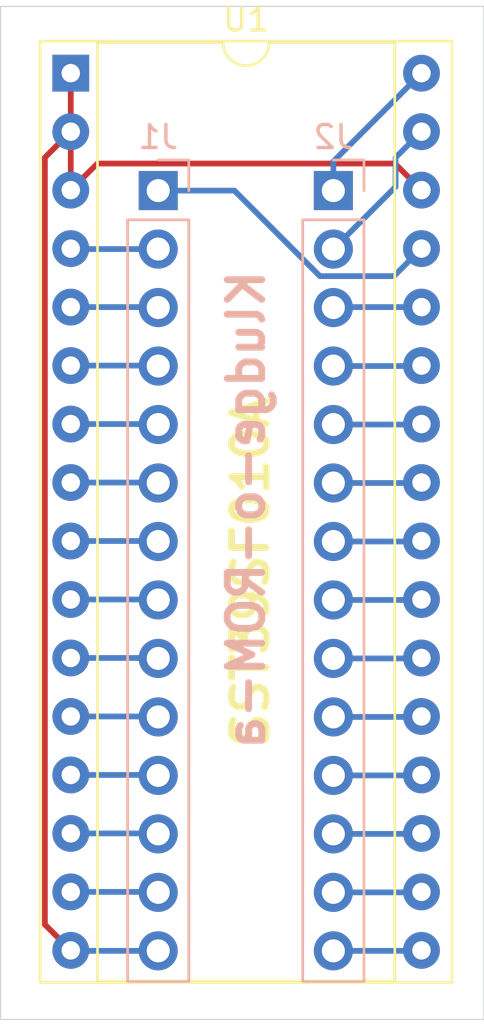
<source format=kicad_pcb>
(kicad_pcb (version 20171130) (host pcbnew "(5.1.9)-1")

  (general
    (thickness 1.6)
    (drawings 6)
    (tracks 67)
    (zones 0)
    (modules 3)
    (nets 29)
  )

  (page A4)
  (layers
    (0 F.Cu signal)
    (31 B.Cu signal)
    (32 B.Adhes user)
    (33 F.Adhes user)
    (34 B.Paste user)
    (35 F.Paste user)
    (36 B.SilkS user)
    (37 F.SilkS user)
    (38 B.Mask user)
    (39 F.Mask user)
    (40 Dwgs.User user)
    (41 Cmts.User user)
    (42 Eco1.User user)
    (43 Eco2.User user)
    (44 Edge.Cuts user)
    (45 Margin user)
    (46 B.CrtYd user)
    (47 F.CrtYd user)
    (48 B.Fab user)
    (49 F.Fab user)
  )

  (setup
    (last_trace_width 0.25)
    (trace_clearance 0.2)
    (zone_clearance 0.508)
    (zone_45_only no)
    (trace_min 0.2)
    (via_size 0.8)
    (via_drill 0.4)
    (via_min_size 0.4)
    (via_min_drill 0.3)
    (uvia_size 0.3)
    (uvia_drill 0.1)
    (uvias_allowed no)
    (uvia_min_size 0.2)
    (uvia_min_drill 0.1)
    (edge_width 0.05)
    (segment_width 0.2)
    (pcb_text_width 0.3)
    (pcb_text_size 1.5 1.5)
    (mod_edge_width 0.12)
    (mod_text_size 1 1)
    (mod_text_width 0.15)
    (pad_size 1.524 1.524)
    (pad_drill 0.762)
    (pad_to_mask_clearance 0)
    (aux_axis_origin 0 0)
    (visible_elements 7FFFFFFF)
    (pcbplotparams
      (layerselection 0x010fc_ffffffff)
      (usegerberextensions true)
      (usegerberattributes false)
      (usegerberadvancedattributes false)
      (creategerberjobfile false)
      (excludeedgelayer true)
      (linewidth 0.100000)
      (plotframeref false)
      (viasonmask false)
      (mode 1)
      (useauxorigin false)
      (hpglpennumber 1)
      (hpglpenspeed 20)
      (hpglpendiameter 15.000000)
      (psnegative false)
      (psa4output false)
      (plotreference true)
      (plotvalue true)
      (plotinvisibletext false)
      (padsonsilk false)
      (subtractmaskfromsilk true)
      (outputformat 1)
      (mirror false)
      (drillshape 0)
      (scaleselection 1)
      (outputdirectory "./sst39-32"))
  )

  (net 0 "")
  (net 1 A15)
  (net 2 D2)
  (net 3 D1)
  (net 4 D0)
  (net 5 A0)
  (net 6 A1)
  (net 7 A2)
  (net 8 A3)
  (net 9 A4)
  (net 10 A5)
  (net 11 A6)
  (net 12 A7)
  (net 13 A12)
  (net 14 A14)
  (net 15 D3)
  (net 16 D4)
  (net 17 D5)
  (net 18 D6)
  (net 19 D7)
  (net 20 ~CE)
  (net 21 A10)
  (net 22 ~OE)
  (net 23 A11)
  (net 24 A9)
  (net 25 A8)
  (net 26 A13)
  (net 27 ~WE)
  (net 28 VCC)

  (net_class Default "This is the default net class."
    (clearance 0.2)
    (trace_width 0.25)
    (via_dia 0.8)
    (via_drill 0.4)
    (uvia_dia 0.3)
    (uvia_drill 0.1)
    (add_net A0)
    (add_net A1)
    (add_net A10)
    (add_net A11)
    (add_net A12)
    (add_net A13)
    (add_net A14)
    (add_net A15)
    (add_net A2)
    (add_net A3)
    (add_net A4)
    (add_net A5)
    (add_net A6)
    (add_net A7)
    (add_net A8)
    (add_net A9)
    (add_net D0)
    (add_net D1)
    (add_net D2)
    (add_net D3)
    (add_net D4)
    (add_net D5)
    (add_net D6)
    (add_net D7)
    (add_net VCC)
    (add_net ~CE)
    (add_net ~OE)
    (add_net ~WE)
  )

  (module Package_DIP:DIP-32_W15.24mm_Socket (layer F.Cu) (tedit 5A02E8C5) (tstamp 619B97F5)
    (at 78.05 62.9)
    (descr "32-lead though-hole mounted DIP package, row spacing 15.24 mm (600 mils), Socket")
    (tags "THT DIP DIL PDIP 2.54mm 15.24mm 600mil Socket")
    (path /61AFB38D)
    (fp_text reference U1 (at 7.62 -2.33) (layer F.SilkS)
      (effects (font (size 1 1) (thickness 0.15)))
    )
    (fp_text value SST39SF040 (at 7.62 40.43) (layer F.Fab)
      (effects (font (size 1 1) (thickness 0.15)))
    )
    (fp_line (start 1.255 -1.27) (end 14.985 -1.27) (layer F.Fab) (width 0.1))
    (fp_line (start 14.985 -1.27) (end 14.985 39.37) (layer F.Fab) (width 0.1))
    (fp_line (start 14.985 39.37) (end 0.255 39.37) (layer F.Fab) (width 0.1))
    (fp_line (start 0.255 39.37) (end 0.255 -0.27) (layer F.Fab) (width 0.1))
    (fp_line (start 0.255 -0.27) (end 1.255 -1.27) (layer F.Fab) (width 0.1))
    (fp_line (start -1.27 -1.33) (end -1.27 39.43) (layer F.Fab) (width 0.1))
    (fp_line (start -1.27 39.43) (end 16.51 39.43) (layer F.Fab) (width 0.1))
    (fp_line (start 16.51 39.43) (end 16.51 -1.33) (layer F.Fab) (width 0.1))
    (fp_line (start 16.51 -1.33) (end -1.27 -1.33) (layer F.Fab) (width 0.1))
    (fp_line (start 6.62 -1.33) (end 1.16 -1.33) (layer F.SilkS) (width 0.12))
    (fp_line (start 1.16 -1.33) (end 1.16 39.43) (layer F.SilkS) (width 0.12))
    (fp_line (start 1.16 39.43) (end 14.08 39.43) (layer F.SilkS) (width 0.12))
    (fp_line (start 14.08 39.43) (end 14.08 -1.33) (layer F.SilkS) (width 0.12))
    (fp_line (start 14.08 -1.33) (end 8.62 -1.33) (layer F.SilkS) (width 0.12))
    (fp_line (start -1.33 -1.39) (end -1.33 39.49) (layer F.SilkS) (width 0.12))
    (fp_line (start -1.33 39.49) (end 16.57 39.49) (layer F.SilkS) (width 0.12))
    (fp_line (start 16.57 39.49) (end 16.57 -1.39) (layer F.SilkS) (width 0.12))
    (fp_line (start 16.57 -1.39) (end -1.33 -1.39) (layer F.SilkS) (width 0.12))
    (fp_line (start -1.55 -1.6) (end -1.55 39.7) (layer F.CrtYd) (width 0.05))
    (fp_line (start -1.55 39.7) (end 16.8 39.7) (layer F.CrtYd) (width 0.05))
    (fp_line (start 16.8 39.7) (end 16.8 -1.6) (layer F.CrtYd) (width 0.05))
    (fp_line (start 16.8 -1.6) (end -1.55 -1.6) (layer F.CrtYd) (width 0.05))
    (fp_text user %R (at 7.62 19.05) (layer F.Fab)
      (effects (font (size 1 1) (thickness 0.15)))
    )
    (fp_arc (start 7.62 -1.33) (end 6.62 -1.33) (angle -180) (layer F.SilkS) (width 0.12))
    (pad 32 thru_hole oval (at 15.24 0) (size 1.6 1.6) (drill 0.8) (layers *.Cu *.Mask)
      (net 28 VCC))
    (pad 16 thru_hole oval (at 0 38.1) (size 1.6 1.6) (drill 0.8) (layers *.Cu *.Mask)
      (net 1 A15))
    (pad 31 thru_hole oval (at 15.24 2.54) (size 1.6 1.6) (drill 0.8) (layers *.Cu *.Mask)
      (net 27 ~WE))
    (pad 15 thru_hole oval (at 0 35.56) (size 1.6 1.6) (drill 0.8) (layers *.Cu *.Mask)
      (net 2 D2))
    (pad 30 thru_hole oval (at 15.24 5.08) (size 1.6 1.6) (drill 0.8) (layers *.Cu *.Mask)
      (net 1 A15))
    (pad 14 thru_hole oval (at 0 33.02) (size 1.6 1.6) (drill 0.8) (layers *.Cu *.Mask)
      (net 3 D1))
    (pad 29 thru_hole oval (at 15.24 7.62) (size 1.6 1.6) (drill 0.8) (layers *.Cu *.Mask)
      (net 14 A14))
    (pad 13 thru_hole oval (at 0 30.48) (size 1.6 1.6) (drill 0.8) (layers *.Cu *.Mask)
      (net 4 D0))
    (pad 28 thru_hole oval (at 15.24 10.16) (size 1.6 1.6) (drill 0.8) (layers *.Cu *.Mask)
      (net 26 A13))
    (pad 12 thru_hole oval (at 0 27.94) (size 1.6 1.6) (drill 0.8) (layers *.Cu *.Mask)
      (net 5 A0))
    (pad 27 thru_hole oval (at 15.24 12.7) (size 1.6 1.6) (drill 0.8) (layers *.Cu *.Mask)
      (net 25 A8))
    (pad 11 thru_hole oval (at 0 25.4) (size 1.6 1.6) (drill 0.8) (layers *.Cu *.Mask)
      (net 6 A1))
    (pad 26 thru_hole oval (at 15.24 15.24) (size 1.6 1.6) (drill 0.8) (layers *.Cu *.Mask)
      (net 24 A9))
    (pad 10 thru_hole oval (at 0 22.86) (size 1.6 1.6) (drill 0.8) (layers *.Cu *.Mask)
      (net 7 A2))
    (pad 25 thru_hole oval (at 15.24 17.78) (size 1.6 1.6) (drill 0.8) (layers *.Cu *.Mask)
      (net 23 A11))
    (pad 9 thru_hole oval (at 0 20.32) (size 1.6 1.6) (drill 0.8) (layers *.Cu *.Mask)
      (net 8 A3))
    (pad 24 thru_hole oval (at 15.24 20.32) (size 1.6 1.6) (drill 0.8) (layers *.Cu *.Mask)
      (net 22 ~OE))
    (pad 8 thru_hole oval (at 0 17.78) (size 1.6 1.6) (drill 0.8) (layers *.Cu *.Mask)
      (net 9 A4))
    (pad 23 thru_hole oval (at 15.24 22.86) (size 1.6 1.6) (drill 0.8) (layers *.Cu *.Mask)
      (net 21 A10))
    (pad 7 thru_hole oval (at 0 15.24) (size 1.6 1.6) (drill 0.8) (layers *.Cu *.Mask)
      (net 10 A5))
    (pad 22 thru_hole oval (at 15.24 25.4) (size 1.6 1.6) (drill 0.8) (layers *.Cu *.Mask)
      (net 20 ~CE))
    (pad 6 thru_hole oval (at 0 12.7) (size 1.6 1.6) (drill 0.8) (layers *.Cu *.Mask)
      (net 11 A6))
    (pad 21 thru_hole oval (at 15.24 27.94) (size 1.6 1.6) (drill 0.8) (layers *.Cu *.Mask)
      (net 19 D7))
    (pad 5 thru_hole oval (at 0 10.16) (size 1.6 1.6) (drill 0.8) (layers *.Cu *.Mask)
      (net 12 A7))
    (pad 20 thru_hole oval (at 15.24 30.48) (size 1.6 1.6) (drill 0.8) (layers *.Cu *.Mask)
      (net 18 D6))
    (pad 4 thru_hole oval (at 0 7.62) (size 1.6 1.6) (drill 0.8) (layers *.Cu *.Mask)
      (net 13 A12))
    (pad 19 thru_hole oval (at 15.24 33.02) (size 1.6 1.6) (drill 0.8) (layers *.Cu *.Mask)
      (net 17 D5))
    (pad 3 thru_hole oval (at 0 5.08) (size 1.6 1.6) (drill 0.8) (layers *.Cu *.Mask)
      (net 1 A15))
    (pad 18 thru_hole oval (at 15.24 35.56) (size 1.6 1.6) (drill 0.8) (layers *.Cu *.Mask)
      (net 16 D4))
    (pad 2 thru_hole oval (at 0 2.54) (size 1.6 1.6) (drill 0.8) (layers *.Cu *.Mask)
      (net 1 A15))
    (pad 17 thru_hole oval (at 15.24 38.1) (size 1.6 1.6) (drill 0.8) (layers *.Cu *.Mask)
      (net 15 D3))
    (pad 1 thru_hole rect (at 0 0) (size 1.6 1.6) (drill 0.8) (layers *.Cu *.Mask)
      (net 1 A15))
    (model ${KISYS3DMOD}/Package_DIP.3dshapes/DIP-32_W15.24mm_Socket.wrl
      (at (xyz 0 0 0))
      (scale (xyz 1 1 1))
      (rotate (xyz 0 0 0))
    )
  )

  (module Connector_PinHeader_2.54mm:PinHeader_1x14_P2.54mm_Vertical (layer B.Cu) (tedit 59FED5CC) (tstamp 619BAAD3)
    (at 89.46 68 180)
    (descr "Through hole straight pin header, 1x14, 2.54mm pitch, single row")
    (tags "Through hole pin header THT 1x14 2.54mm single row")
    (path /61AFD052)
    (fp_text reference J2 (at 0 2.33) (layer B.SilkS)
      (effects (font (size 1 1) (thickness 0.15)) (justify mirror))
    )
    (fp_text value t-right (at 0 -35.35) (layer B.Fab)
      (effects (font (size 1 1) (thickness 0.15)) (justify mirror))
    )
    (fp_line (start -0.635 1.27) (end 1.27 1.27) (layer B.Fab) (width 0.1))
    (fp_line (start 1.27 1.27) (end 1.27 -34.29) (layer B.Fab) (width 0.1))
    (fp_line (start 1.27 -34.29) (end -1.27 -34.29) (layer B.Fab) (width 0.1))
    (fp_line (start -1.27 -34.29) (end -1.27 0.635) (layer B.Fab) (width 0.1))
    (fp_line (start -1.27 0.635) (end -0.635 1.27) (layer B.Fab) (width 0.1))
    (fp_line (start -1.33 -34.35) (end 1.33 -34.35) (layer B.SilkS) (width 0.12))
    (fp_line (start -1.33 -1.27) (end -1.33 -34.35) (layer B.SilkS) (width 0.12))
    (fp_line (start 1.33 -1.27) (end 1.33 -34.35) (layer B.SilkS) (width 0.12))
    (fp_line (start -1.33 -1.27) (end 1.33 -1.27) (layer B.SilkS) (width 0.12))
    (fp_line (start -1.33 0) (end -1.33 1.33) (layer B.SilkS) (width 0.12))
    (fp_line (start -1.33 1.33) (end 0 1.33) (layer B.SilkS) (width 0.12))
    (fp_line (start -1.8 1.8) (end -1.8 -34.8) (layer B.CrtYd) (width 0.05))
    (fp_line (start -1.8 -34.8) (end 1.8 -34.8) (layer B.CrtYd) (width 0.05))
    (fp_line (start 1.8 -34.8) (end 1.8 1.8) (layer B.CrtYd) (width 0.05))
    (fp_line (start 1.8 1.8) (end -1.8 1.8) (layer B.CrtYd) (width 0.05))
    (fp_text user %R (at 0 -16.51 270) (layer B.Fab)
      (effects (font (size 1 1) (thickness 0.15)) (justify mirror))
    )
    (pad 14 thru_hole oval (at 0 -33.02 180) (size 1.7 1.7) (drill 1) (layers *.Cu *.Mask)
      (net 15 D3))
    (pad 13 thru_hole oval (at 0 -30.48 180) (size 1.7 1.7) (drill 1) (layers *.Cu *.Mask)
      (net 16 D4))
    (pad 12 thru_hole oval (at 0 -27.94 180) (size 1.7 1.7) (drill 1) (layers *.Cu *.Mask)
      (net 17 D5))
    (pad 11 thru_hole oval (at 0 -25.4 180) (size 1.7 1.7) (drill 1) (layers *.Cu *.Mask)
      (net 18 D6))
    (pad 10 thru_hole oval (at 0 -22.86 180) (size 1.7 1.7) (drill 1) (layers *.Cu *.Mask)
      (net 19 D7))
    (pad 9 thru_hole oval (at 0 -20.32 180) (size 1.7 1.7) (drill 1) (layers *.Cu *.Mask)
      (net 20 ~CE))
    (pad 8 thru_hole oval (at 0 -17.78 180) (size 1.7 1.7) (drill 1) (layers *.Cu *.Mask)
      (net 21 A10))
    (pad 7 thru_hole oval (at 0 -15.24 180) (size 1.7 1.7) (drill 1) (layers *.Cu *.Mask)
      (net 22 ~OE))
    (pad 6 thru_hole oval (at 0 -12.7 180) (size 1.7 1.7) (drill 1) (layers *.Cu *.Mask)
      (net 23 A11))
    (pad 5 thru_hole oval (at 0 -10.16 180) (size 1.7 1.7) (drill 1) (layers *.Cu *.Mask)
      (net 24 A9))
    (pad 4 thru_hole oval (at 0 -7.62 180) (size 1.7 1.7) (drill 1) (layers *.Cu *.Mask)
      (net 25 A8))
    (pad 3 thru_hole oval (at 0 -5.08 180) (size 1.7 1.7) (drill 1) (layers *.Cu *.Mask)
      (net 26 A13))
    (pad 2 thru_hole oval (at 0 -2.54 180) (size 1.7 1.7) (drill 1) (layers *.Cu *.Mask)
      (net 27 ~WE))
    (pad 1 thru_hole rect (at 0 0 180) (size 1.7 1.7) (drill 1) (layers *.Cu *.Mask)
      (net 28 VCC))
    (model ${KISYS3DMOD}/Connector_PinHeader_2.54mm.3dshapes/PinHeader_1x14_P2.54mm_Vertical.wrl
      (at (xyz 0 0 0))
      (scale (xyz 1 1 1))
      (rotate (xyz 0 0 0))
    )
  )

  (module Connector_PinHeader_2.54mm:PinHeader_1x14_P2.54mm_Vertical (layer B.Cu) (tedit 59FED5CC) (tstamp 619BAD22)
    (at 81.85 68 180)
    (descr "Through hole straight pin header, 1x14, 2.54mm pitch, single row")
    (tags "Through hole pin header THT 1x14 2.54mm single row")
    (path /61AFC6D5)
    (fp_text reference J1 (at 0 2.33) (layer B.SilkS)
      (effects (font (size 1 1) (thickness 0.15)) (justify mirror))
    )
    (fp_text value t-left (at 0 -35.35) (layer B.Fab)
      (effects (font (size 1 1) (thickness 0.15)) (justify mirror))
    )
    (fp_line (start -0.635 1.27) (end 1.27 1.27) (layer B.Fab) (width 0.1))
    (fp_line (start 1.27 1.27) (end 1.27 -34.29) (layer B.Fab) (width 0.1))
    (fp_line (start 1.27 -34.29) (end -1.27 -34.29) (layer B.Fab) (width 0.1))
    (fp_line (start -1.27 -34.29) (end -1.27 0.635) (layer B.Fab) (width 0.1))
    (fp_line (start -1.27 0.635) (end -0.635 1.27) (layer B.Fab) (width 0.1))
    (fp_line (start -1.33 -34.35) (end 1.33 -34.35) (layer B.SilkS) (width 0.12))
    (fp_line (start -1.33 -1.27) (end -1.33 -34.35) (layer B.SilkS) (width 0.12))
    (fp_line (start 1.33 -1.27) (end 1.33 -34.35) (layer B.SilkS) (width 0.12))
    (fp_line (start -1.33 -1.27) (end 1.33 -1.27) (layer B.SilkS) (width 0.12))
    (fp_line (start -1.33 0) (end -1.33 1.33) (layer B.SilkS) (width 0.12))
    (fp_line (start -1.33 1.33) (end 0 1.33) (layer B.SilkS) (width 0.12))
    (fp_line (start -1.8 1.8) (end -1.8 -34.8) (layer B.CrtYd) (width 0.05))
    (fp_line (start -1.8 -34.8) (end 1.8 -34.8) (layer B.CrtYd) (width 0.05))
    (fp_line (start 1.8 -34.8) (end 1.8 1.8) (layer B.CrtYd) (width 0.05))
    (fp_line (start 1.8 1.8) (end -1.8 1.8) (layer B.CrtYd) (width 0.05))
    (fp_text user %R (at 0 -16.51 270) (layer B.Fab)
      (effects (font (size 1 1) (thickness 0.15)) (justify mirror))
    )
    (pad 14 thru_hole oval (at 0 -33.02 180) (size 1.7 1.7) (drill 1) (layers *.Cu *.Mask)
      (net 1 A15))
    (pad 13 thru_hole oval (at 0 -30.48 180) (size 1.7 1.7) (drill 1) (layers *.Cu *.Mask)
      (net 2 D2))
    (pad 12 thru_hole oval (at 0 -27.94 180) (size 1.7 1.7) (drill 1) (layers *.Cu *.Mask)
      (net 3 D1))
    (pad 11 thru_hole oval (at 0 -25.4 180) (size 1.7 1.7) (drill 1) (layers *.Cu *.Mask)
      (net 4 D0))
    (pad 10 thru_hole oval (at 0 -22.86 180) (size 1.7 1.7) (drill 1) (layers *.Cu *.Mask)
      (net 5 A0))
    (pad 9 thru_hole oval (at 0 -20.32 180) (size 1.7 1.7) (drill 1) (layers *.Cu *.Mask)
      (net 6 A1))
    (pad 8 thru_hole oval (at 0 -17.78 180) (size 1.7 1.7) (drill 1) (layers *.Cu *.Mask)
      (net 7 A2))
    (pad 7 thru_hole oval (at 0 -15.24 180) (size 1.7 1.7) (drill 1) (layers *.Cu *.Mask)
      (net 8 A3))
    (pad 6 thru_hole oval (at 0 -12.7 180) (size 1.7 1.7) (drill 1) (layers *.Cu *.Mask)
      (net 9 A4))
    (pad 5 thru_hole oval (at 0 -10.16 180) (size 1.7 1.7) (drill 1) (layers *.Cu *.Mask)
      (net 10 A5))
    (pad 4 thru_hole oval (at 0 -7.62 180) (size 1.7 1.7) (drill 1) (layers *.Cu *.Mask)
      (net 11 A6))
    (pad 3 thru_hole oval (at 0 -5.08 180) (size 1.7 1.7) (drill 1) (layers *.Cu *.Mask)
      (net 12 A7))
    (pad 2 thru_hole oval (at 0 -2.54 180) (size 1.7 1.7) (drill 1) (layers *.Cu *.Mask)
      (net 13 A12))
    (pad 1 thru_hole rect (at 0 0 180) (size 1.7 1.7) (drill 1) (layers *.Cu *.Mask)
      (net 14 A14))
    (model ${KISYS3DMOD}/Connector_PinHeader_2.54mm.3dshapes/PinHeader_1x14_P2.54mm_Vertical.wrl
      (at (xyz 0 0 0))
      (scale (xyz 1 1 1))
      (rotate (xyz 0 0 0))
    )
  )

  (gr_line (start 75 104) (end 75 60) (layer Edge.Cuts) (width 0.05) (tstamp 619B151C))
  (gr_line (start 96 104) (end 75 104) (layer Edge.Cuts) (width 0.05))
  (gr_line (start 96 60) (end 96 104) (layer Edge.Cuts) (width 0.05))
  (gr_line (start 75 60) (end 96 60) (layer Edge.Cuts) (width 0.05))
  (gr_text SST39SF010A (at 85.86 84.57 90) (layer F.SilkS) (tstamp 619BB343)
    (effects (font (size 1.5 1.5) (thickness 0.3)))
  )
  (gr_text Kludge-o-ROM-a (at 85.67 81.87 90) (layer B.SilkS) (tstamp 619BB311)
    (effects (font (size 1.5 1.5) (thickness 0.3)) (justify mirror))
  )

  (segment (start 78.07 101.02) (end 78.05 101) (width 0.25) (layer B.Cu) (net 1))
  (segment (start 81.85 101.02) (end 78.07 101.02) (width 0.25) (layer B.Cu) (net 1))
  (segment (start 78.05 67.98) (end 78.05 65.44) (width 0.25) (layer F.Cu) (net 1))
  (segment (start 78.05 65.44) (end 78.05 62.9) (width 0.25) (layer F.Cu) (net 1))
  (segment (start 92.134999 66.824999) (end 93.29 67.98) (width 0.25) (layer F.Cu) (net 1))
  (segment (start 79.205001 66.824999) (end 92.134999 66.824999) (width 0.25) (layer F.Cu) (net 1))
  (segment (start 78.05 67.98) (end 79.205001 66.824999) (width 0.25) (layer F.Cu) (net 1))
  (segment (start 76.924999 99.874999) (end 78.05 101) (width 0.25) (layer F.Cu) (net 1))
  (segment (start 76.924999 66.565001) (end 76.924999 99.874999) (width 0.25) (layer F.Cu) (net 1))
  (segment (start 78.05 65.44) (end 76.924999 66.565001) (width 0.25) (layer F.Cu) (net 1))
  (segment (start 81.83 98.46) (end 81.85 98.48) (width 0.25) (layer B.Cu) (net 2))
  (segment (start 78.05 98.46) (end 81.83 98.46) (width 0.25) (layer B.Cu) (net 2))
  (segment (start 81.83 95.92) (end 81.85 95.94) (width 0.25) (layer B.Cu) (net 3))
  (segment (start 78.05 95.92) (end 81.83 95.92) (width 0.25) (layer B.Cu) (net 3))
  (segment (start 81.83 93.38) (end 81.85 93.4) (width 0.25) (layer B.Cu) (net 4))
  (segment (start 78.05 93.38) (end 81.83 93.38) (width 0.25) (layer B.Cu) (net 4))
  (segment (start 81.83 90.84) (end 81.85 90.86) (width 0.25) (layer B.Cu) (net 5))
  (segment (start 78.05 90.84) (end 81.83 90.84) (width 0.25) (layer B.Cu) (net 5))
  (segment (start 81.83 88.3) (end 81.85 88.32) (width 0.25) (layer B.Cu) (net 6))
  (segment (start 78.05 88.3) (end 81.83 88.3) (width 0.25) (layer B.Cu) (net 6))
  (segment (start 81.83 85.76) (end 81.85 85.78) (width 0.25) (layer B.Cu) (net 7))
  (segment (start 78.05 85.76) (end 81.83 85.76) (width 0.25) (layer B.Cu) (net 7))
  (segment (start 81.83 83.22) (end 81.85 83.24) (width 0.25) (layer B.Cu) (net 8))
  (segment (start 78.05 83.22) (end 81.83 83.22) (width 0.25) (layer B.Cu) (net 8))
  (segment (start 81.83 80.68) (end 81.85 80.7) (width 0.25) (layer B.Cu) (net 9))
  (segment (start 78.05 80.68) (end 81.83 80.68) (width 0.25) (layer B.Cu) (net 9))
  (segment (start 81.83 78.14) (end 81.85 78.16) (width 0.25) (layer B.Cu) (net 10))
  (segment (start 78.05 78.14) (end 81.83 78.14) (width 0.25) (layer B.Cu) (net 10))
  (segment (start 81.83 75.6) (end 81.85 75.62) (width 0.25) (layer B.Cu) (net 11))
  (segment (start 78.05 75.6) (end 81.83 75.6) (width 0.25) (layer B.Cu) (net 11))
  (segment (start 81.83 73.06) (end 81.85 73.08) (width 0.25) (layer B.Cu) (net 12))
  (segment (start 78.05 73.06) (end 81.83 73.06) (width 0.25) (layer B.Cu) (net 12))
  (segment (start 78.07 70.54) (end 78.05 70.52) (width 0.25) (layer B.Cu) (net 13))
  (segment (start 81.85 70.54) (end 78.07 70.54) (width 0.25) (layer B.Cu) (net 13))
  (segment (start 88.875001 71.715001) (end 92.094999 71.715001) (width 0.25) (layer B.Cu) (net 14))
  (segment (start 92.094999 71.715001) (end 93.29 70.52) (width 0.25) (layer B.Cu) (net 14))
  (segment (start 85.16 68) (end 88.875001 71.715001) (width 0.25) (layer B.Cu) (net 14))
  (segment (start 81.85 68) (end 85.16 68) (width 0.25) (layer B.Cu) (net 14))
  (segment (start 93.27 101.02) (end 93.29 101) (width 0.25) (layer B.Cu) (net 15))
  (segment (start 89.46 101.02) (end 93.27 101.02) (width 0.25) (layer B.Cu) (net 15))
  (segment (start 93.27 98.48) (end 93.29 98.46) (width 0.25) (layer B.Cu) (net 16))
  (segment (start 89.46 98.48) (end 93.27 98.48) (width 0.25) (layer B.Cu) (net 16))
  (segment (start 93.27 95.94) (end 93.29 95.92) (width 0.25) (layer B.Cu) (net 17))
  (segment (start 89.46 95.94) (end 93.27 95.94) (width 0.25) (layer B.Cu) (net 17))
  (segment (start 93.27 93.4) (end 93.29 93.38) (width 0.25) (layer B.Cu) (net 18))
  (segment (start 89.46 93.4) (end 93.27 93.4) (width 0.25) (layer B.Cu) (net 18))
  (segment (start 93.27 90.86) (end 93.29 90.84) (width 0.25) (layer B.Cu) (net 19))
  (segment (start 89.46 90.86) (end 93.27 90.86) (width 0.25) (layer B.Cu) (net 19))
  (segment (start 93.27 88.32) (end 93.29 88.3) (width 0.25) (layer B.Cu) (net 20))
  (segment (start 89.46 88.32) (end 93.27 88.32) (width 0.25) (layer B.Cu) (net 20))
  (segment (start 93.27 85.78) (end 93.29 85.76) (width 0.25) (layer B.Cu) (net 21))
  (segment (start 89.46 85.78) (end 93.27 85.78) (width 0.25) (layer B.Cu) (net 21))
  (segment (start 93.27 83.24) (end 93.29 83.22) (width 0.25) (layer B.Cu) (net 22))
  (segment (start 89.46 83.24) (end 93.27 83.24) (width 0.25) (layer B.Cu) (net 22))
  (segment (start 93.27 80.7) (end 93.29 80.68) (width 0.25) (layer B.Cu) (net 23))
  (segment (start 89.46 80.7) (end 93.27 80.7) (width 0.25) (layer B.Cu) (net 23))
  (segment (start 93.27 78.16) (end 93.29 78.14) (width 0.25) (layer B.Cu) (net 24))
  (segment (start 89.46 78.16) (end 93.27 78.16) (width 0.25) (layer B.Cu) (net 24))
  (segment (start 93.27 75.62) (end 93.29 75.6) (width 0.25) (layer B.Cu) (net 25))
  (segment (start 89.46 75.62) (end 93.27 75.62) (width 0.25) (layer B.Cu) (net 25))
  (segment (start 89.48 73.06) (end 89.46 73.08) (width 0.25) (layer B.Cu) (net 26))
  (segment (start 93.29 73.06) (end 89.48 73.06) (width 0.25) (layer B.Cu) (net 26))
  (segment (start 92.164999 67.835001) (end 89.46 70.54) (width 0.25) (layer B.Cu) (net 27))
  (segment (start 92.164999 66.565001) (end 92.164999 67.835001) (width 0.25) (layer B.Cu) (net 27))
  (segment (start 93.29 65.44) (end 92.164999 66.565001) (width 0.25) (layer B.Cu) (net 27))
  (segment (start 89.46 66.73) (end 89.46 68) (width 0.25) (layer B.Cu) (net 28))
  (segment (start 93.29 62.9) (end 89.46 66.73) (width 0.25) (layer B.Cu) (net 28))

)

</source>
